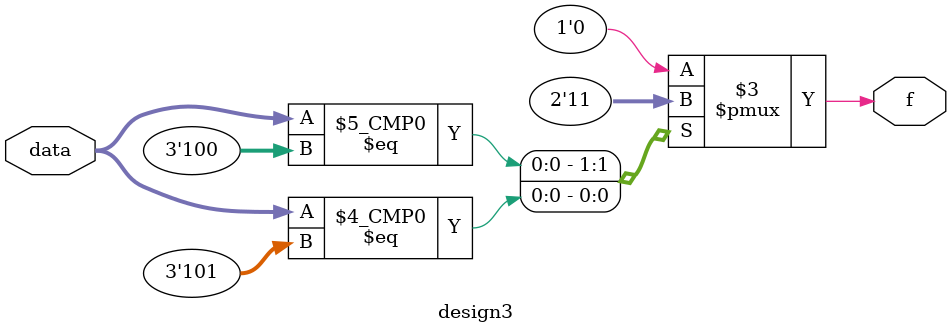
<source format=sv>
module design3 (
  input logic [2:0] data,
  output logic [0:0] f
);

always_comb begin: proc_idk
  case (data)
    3'b100: f = '1;
    3'b101: f = '1;
    default: f = '0;
  endcase
end

endmodule: design3

</source>
